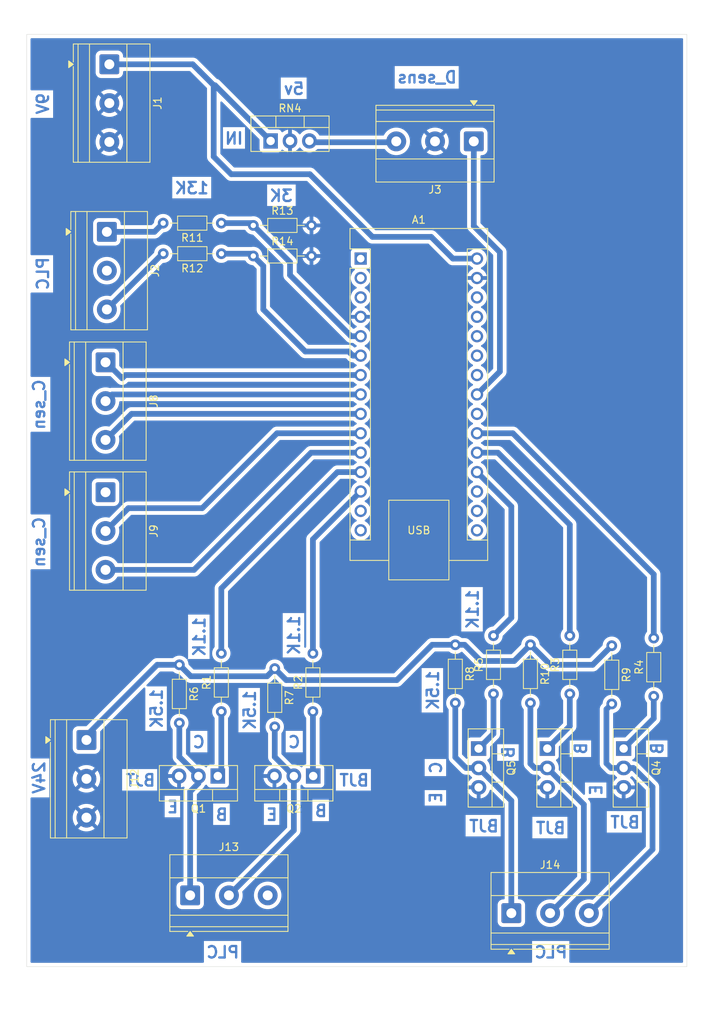
<source format=kicad_pcb>
(kicad_pcb (version 20241229) (generator "pcbnew") (generator_version "9.0")
  (layers (0 "F.Cu" signal) (2 "B.Cu" signal) (13 "F.Paste" user) (15 "B.Paste" user) (5 "F.SilkS" user "F.Silkscreen") (7 "B.SilkS" user "B.Silkscreen") (1 "F.Mask" user) (3 "B.Mask" user) (25 "Edge.Cuts" user))
  (net 0 "")
  (net 3 "Net-(A1-A2)")
  (net 4 "Net-(A1-A1)")
  (net 6 "Net-(A1-D7)")
  (net 8 "Net-(A1-A0)")
  (net 10 "Net-(A1-D4)")
  (net 11 "GND")
  (net 16 "Net-(A1-D9)")
  (net 17 "Net-(A1-D10)")
  (net 19 "/9V")
  (net 20 "/4.7V")
  (net 22 "Net-(A1-D5)")
  (net 23 "Net-(A1-D6)")
  (net 26 "/From PLC")
  (net 27 "Net-(A1-D8)")
  (net 28 "/Distance sensor")
  (net 30 "/24V")
  (net 31 "Net-(Q1-B)")
  (net 32 "Net-(Q2-B)")
  (net 33 "Net-(Q3-B)")
  (net 34 "Net-(Q4-B)")
  (net 35 "Net-(Q5-B)")
  (net 37 "Net-(A1-SDA{slash}A4)")
  (net 38 "Net-(J13-Pin_2)")
  (net 39 "Net-(J14-Pin_3)")
  (net 40 "Net-(J14-Pin_1)")
  (net 41 "Net-(J14-Pin_2)")
  (net 42 "Net-(J13-Pin_1)")
  (footprint "TerminalBlock_Phoenix:TerminalBlock_Phoenix_MKDS-1,5-3-5.08_1x03_P5.08mm_Horizontal" (layer "F.Cu") (at 30 50.34 -90)
    (property "Reference" "J2" (at 5.08 -6.32 90) (layer "F.SilkS"))
    (property "Value" "Screw_Terminal_01x03")
    (pad "1" thru_hole roundrect (at 0 0 270) (size 2.6 2.6) (drill 1.3) (layers "*.Cu" "*.Mask") (roundrect_rratio 0.096154) (net 26 "/From PLC"))
    (pad "2" thru_hole circle (at 5.08 0 270) (size 2.6 2.6) (drill 1.3) (layers "*.Cu" "*.Mask"))
    (pad "3" thru_hole circle (at 10.16 0 270) (size 2.6 2.6) (drill 1.3) (layers "*.Cu" "*.Mask") (net 26 "/From PLC"))
  )
  (footprint "Package_TO_SOT_THT:TO-220-3_Vertical" (layer "F.Cu") (at 44.54 121.555 180)
    (property "Reference" "Q1" (at 2.54 -4.27 0) (layer "F.SilkS"))
    (property "Value" "Q_NPN_BCE")
    (pad "1" thru_hole rect (at 0 0 180) (size 1.905 2) (drill 1.1) (layers "*.Cu" "*.Mask") (net 31 "Net-(Q1-B)"))
    (pad "2" thru_hole oval (at 2.54 0 180) (size 1.905 2) (drill 1.1) (layers "*.Cu" "*.Mask") (net 42 "Net-(J13-Pin_1)"))
    (pad "3" thru_hole oval (at 5.08 0 180) (size 1.905 2) (drill 1.1) (layers "*.Cu" "*.Mask") (net 11 "GND"))
  )
  (footprint "Resistor_THT:R_Axial_DIN0204_L3.6mm_D1.6mm_P7.62mm_Horizontal" (layer "F.Cu") (at 45 49.2 180)
    (property "Reference" "R11" (at 3.81 -1.92 0) (layer "F.SilkS"))
    (property "Value" "13K")
    (pad "1" thru_hole circle (at 0 0 180) (size 1.4 1.4) (drill 0.7) (layers "*.Cu" "*.Mask") (net 20 "/4.7V"))
    (pad "2" thru_hole oval (at 7.62 0 180) (size 1.4 1.4) (drill 0.7) (layers "*.Cu" "*.Mask") (net 26 "/From PLC"))
  )
  (footprint "TerminalBlock_Phoenix:TerminalBlock_Phoenix_MKDS-1,5-3-5.08_1x03_P5.08mm_Horizontal" (layer "F.Cu") (at 29.8275 67.415 -90)
    (property "Reference" "J8" (at 5.08 -6.32 90) (layer "F.SilkS"))
    (property "Value" "Screw_Terminal_01x03")
    (pad "1" thru_hole roundrect (at 0 0 270) (size 2.6 2.6) (drill 1.3) (layers "*.Cu" "*.Mask") (roundrect_rratio 0.096154) (net 10 "Net-(A1-D4)"))
    (pad "2" thru_hole circle (at 5.08 0 270) (size 2.6 2.6) (drill 1.3) (layers "*.Cu" "*.Mask") (net 22 "Net-(A1-D5)"))
    (pad "3" thru_hole circle (at 10.16 0 270) (size 2.6 2.6) (drill 1.3) (layers "*.Cu" "*.Mask") (net 23 "Net-(A1-D6)"))
  )
  (footprint "TerminalBlock_Phoenix:TerminalBlock_Phoenix_MKDS-1,5-3-5.08_1x03_P5.08mm_Horizontal" (layer "F.Cu") (at 29.8275 84.415 -90)
    (property "Reference" "J9" (at 5.08 -6.32 90) (layer "F.SilkS"))
    (property "Value" "Screw_Terminal_01x03")
    (pad "1" thru_hole roundrect (at 0 0 270) (size 2.6 2.6) (drill 1.3) (layers "*.Cu" "*.Mask") (roundrect_rratio 0.096154))
    (pad "2" thru_hole circle (at 5.08 0 270) (size 2.6 2.6) (drill 1.3) (layers "*.Cu" "*.Mask") (net 6 "Net-(A1-D7)"))
    (pad "3" thru_hole circle (at 10.16 0 270) (size 2.6 2.6) (drill 1.3) (layers "*.Cu" "*.Mask") (net 27 "Net-(A1-D8)"))
  )
  (footprint "Resistor_THT:R_Axial_DIN0204_L3.6mm_D1.6mm_P7.62mm_Horizontal" (layer "F.Cu") (at 52 107.5 -90)
    (property "Reference" "R7" (at 3.81 -1.92 90) (layer "F.SilkS"))
    (property "Value" "1.5K")
    (pad "1" thru_hole circle (at 0 0 270) (size 1.4 1.4) (drill 0.7) (layers "*.Cu" "*.Mask") (net 30 "/24V"))
    (pad "2" thru_hole oval (at 7.62 0 270) (size 1.4 1.4) (drill 0.7) (layers "*.Cu" "*.Mask") (net 38 "Net-(J13-Pin_2)"))
  )
  (footprint "TerminalBlock_Phoenix:TerminalBlock_Phoenix_MKDS-1,5-3-5.08_1x03_P5.08mm_Horizontal" (layer "F.Cu") (at 78.08 38.5 180)
    (property "Reference" "J3" (at 5.08 -6.32 0) (layer "F.SilkS"))
    (property "Value" "Screw_Terminal_01x03")
    (pad "1" thru_hole roundrect (at 0 0 180) (size 2.6 2.6) (drill 1.3) (layers "*.Cu" "*.Mask") (roundrect_rratio 0.096154) (net 37 "Net-(A1-SDA{slash}A4)"))
    (pad "2" thru_hole circle (at 5.08 0 180) (size 2.6 2.6) (drill 1.3) (layers "*.Cu" "*.Mask") (net 11 "GND"))
    (pad "3" thru_hole circle (at 10.16 0 180) (size 2.6 2.6) (drill 1.3) (layers "*.Cu" "*.Mask") (net 28 "/Distance sensor"))
  )
  (footprint "Resistor_THT:R_Axial_DIN0204_L3.6mm_D1.6mm_P7.62mm_Horizontal" (layer "F.Cu") (at 39.5 107 -90)
    (property "Reference" "R6" (at 3.81 -1.92 90) (layer "F.SilkS"))
    (property "Value" "1.5K")
    (pad "1" thru_hole circle (at 0 0 270) (size 1.4 1.4) (drill 0.7) (layers "*.Cu" "*.Mask") (net 30 "/24V"))
    (pad "2" thru_hole oval (at 7.62 0 270) (size 1.4 1.4) (drill 0.7) (layers "*.Cu" "*.Mask") (net 42 "Net-(J13-Pin_1)"))
  )
  (footprint "Package_TO_SOT_THT:TO-220-3_Vertical" (layer "F.Cu") (at 87.715 117.96 -90)
    (property "Reference" "Q3" (hide yes))
    (property "Value" "Q_NPN_BCE")
    (pad "1" thru_hole rect (at 0 0 270) (size 1.905 2) (drill 1.1) (layers "*.Cu" "*.Mask") (net 33 "Net-(Q3-B)"))
    (pad "2" thru_hole oval (at 2.54 0 270) (size 1.905 2) (drill 1.1) (layers "*.Cu" "*.Mask") (net 41 "Net-(J14-Pin_2)"))
    (pad "3" thru_hole oval (at 5.08 0 270) (size 1.905 2) (drill 1.1) (layers "*.Cu" "*.Mask") (net 11 "GND"))
  )
  (footprint "Resistor_THT:R_Axial_DIN0204_L3.6mm_D1.6mm_P7.62mm_Horizontal" (layer "F.Cu") (at 45 113.12 90)
    (property "Reference" "R1" (at 3.81 -1.92 90) (layer "F.SilkS"))
    (property "Value" "1.1K")
    (pad "1" thru_hole circle (at 0 0 90) (size 1.4 1.4) (drill 0.7) (layers "*.Cu" "*.Mask") (net 31 "Net-(Q1-B)"))
    (pad "2" thru_hole oval (at 7.62 0 90) (size 1.4 1.4) (drill 0.7) (layers "*.Cu" "*.Mask") (net 16 "Net-(A1-D9)"))
  )
  (footprint "TerminalBlock_Phoenix:TerminalBlock_Phoenix_MKDS-1,5-3-5.08_1x03_P5.08mm_Horizontal" (layer "F.Cu") (at 27.3275 116.84 -90)
    (property "Reference" "J12" (at 5.08 -6.32 90) (layer "F.SilkS"))
    (property "Value" "Screw_Terminal_01x03")
    (pad "1" thru_hole roundrect (at 0 0 270) (size 2.6 2.6) (drill 1.3) (layers "*.Cu" "*.Mask") (roundrect_rratio 0.096154) (net 30 "/24V"))
    (pad "2" thru_hole circle (at 5.08 0 270) (size 2.6 2.6) (drill 1.3) (layers "*.Cu" "*.Mask") (net 11 "GND"))
    (pad "3" thru_hole circle (at 10.16 0 270) (size 2.6 2.6) (drill 1.3) (layers "*.Cu" "*.Mask") (net 11 "GND"))
  )
  (footprint "TerminalBlock_Phoenix:TerminalBlock_Phoenix_MKDS-1,5-3-5.08_1x03_P5.08mm_Horizontal" (layer "F.Cu") (at 40.915 137.1725)
    (property "Reference" "J13" (at 5.08 -6.32 0) (layer "F.SilkS"))
    (property "Value" "Screw_Terminal_01x03")
    (pad "1" thru_hole roundrect (at 0 0) (size 2.6 2.6) (drill 1.3) (layers "*.Cu" "*.Mask") (roundrect_rratio 0.096154) (net 42 "Net-(J13-Pin_1)"))
    (pad "2" thru_hole circle (at 5.08 0) (size 2.6 2.6) (drill 1.3) (layers "*.Cu" "*.Mask") (net 38 "Net-(J13-Pin_2)"))
    (pad "3" thru_hole circle (at 10.16 0) (size 2.6 2.6) (drill 1.3) (layers "*.Cu" "*.Mask"))
  )
  (footprint "TerminalBlock_Phoenix:TerminalBlock_Phoenix_MKDS-1,5-3-5.08_1x03_P5.08mm_Horizontal" (layer "F.Cu") (at 30.3275 28.415 -90)
    (property "Reference" "J1" (at 5.08 -6.32 90) (layer "F.SilkS"))
    (property "Value" "Screw_Terminal_01x03")
    (pad "1" thru_hole roundrect (at 0 0 270) (size 2.6 2.6) (drill 1.3) (layers "*.Cu" "*.Mask") (roundrect_rratio 0.096154) (net 19 "/9V"))
    (pad "2" thru_hole circle (at 5.08 0 270) (size 2.6 2.6) (drill 1.3) (layers "*.Cu" "*.Mask") (net 11 "GND"))
    (pad "3" thru_hole circle (at 10.16 0 270) (size 2.6 2.6) (drill 1.3) (layers "*.Cu" "*.Mask") (net 11 "GND"))
  )
  (footprint "Package_TO_SOT_THT:TO-220-3_Vertical" (layer "F.Cu") (at 78.715 117.96 -90)
    (property "Reference" "Q5" (at 2.54 -4.27 90) (layer "F.SilkS"))
    (property "Value" "Q_NPN_BCE")
    (pad "1" thru_hole rect (at 0 0 270) (size 1.905 2) (drill 1.1) (layers "*.Cu" "*.Mask") (net 35 "Net-(Q5-B)"))
    (pad "2" thru_hole oval (at 2.54 0 270) (size 1.905 2) (drill 1.1) (layers "*.Cu" "*.Mask") (net 40 "Net-(J14-Pin_1)"))
    (pad "3" thru_hole oval (at 5.08 0 270) (size 1.905 2) (drill 1.1) (layers "*.Cu" "*.Mask") (net 11 "GND"))
  )
  (footprint "Package_TO_SOT_THT:TO-220-3_Vertical" (layer "F.Cu") (at 57.04 121.555 180)
    (property "Reference" "Q2" (at 2.54 -4.27 0) (layer "F.SilkS"))
    (property "Value" "Q_NPN_BCE")
    (pad "1" thru_hole rect (at 0 0 180) (size 1.905 2) (drill 1.1) (layers "*.Cu" "*.Mask") (net 32 "Net-(Q2-B)"))
    (pad "2" thru_hole oval (at 2.54 0 180) (size 1.905 2) (drill 1.1) (layers "*.Cu" "*.Mask") (net 38 "Net-(J13-Pin_2)"))
    (pad "3" thru_hole oval (at 5.08 0 180) (size 1.905 2) (drill 1.1) (layers "*.Cu" "*.Mask") (net 11 "GND"))
  )
  (footprint "Resistor_THT:R_Axial_DIN0204_L3.6mm_D1.6mm_P7.62mm_Horizontal" (layer "F.Cu") (at 49.19 49.5)
    (property "Reference" "R13" (at 3.81 -1.92 0) (layer "F.SilkS"))
    (property "Value" "3K")
    (pad "1" thru_hole circle (at 0 0) (size 1.4 1.4) (drill 0.7) (layers "*.Cu" "*.Mask") (net 20 "/4.7V"))
    (pad "2" thru_hole oval (at 7.62 0) (size 1.4 1.4) (drill 0.7) (layers "*.Cu" "*.Mask") (net 11 "GND"))
  )
  (footprint "Resistor_THT:R_Axial_DIN0204_L3.6mm_D1.6mm_P7.62mm_Horizontal" (layer "F.Cu") (at 80.66 110.81 90)
    (property "Reference" "R5" (at 3.81 -1.92 90) (layer "F.SilkS"))
    (property "Value" "1.1K")
    (pad "1" thru_hole circle (at 0 0 90) (size 1.4 1.4) (drill 0.7) (layers "*.Cu" "*.Mask") (net 35 "Net-(Q5-B)"))
    (pad "2" thru_hole oval (at 7.62 0 90) (size 1.4 1.4) (drill 0.7) (layers "*.Cu" "*.Mask") (net 3 "Net-(A1-A2)"))
  )
  (footprint "Resistor_THT:R_Axial_DIN0204_L3.6mm_D1.6mm_P7.62mm_Horizontal" (layer "F.Cu") (at 101.66 111.12 90)
    (property "Reference" "R4" (at 3.81 -1.92 90) (layer "F.SilkS"))
    (property "Value" "1.1K" (hide yes))
    (pad "1" thru_hole circle (at 0 0 90) (size 1.4 1.4) (drill 0.7) (layers "*.Cu" "*.Mask") (net 34 "Net-(Q4-B)"))
    (pad "2" thru_hole oval (at 7.62 0 90) (size 1.4 1.4) (drill 0.7) (layers "*.Cu" "*.Mask") (net 4 "Net-(A1-A1)"))
  )
  (footprint "Resistor_THT:R_Axial_DIN0204_L3.6mm_D1.6mm_P7.62mm_Horizontal" (layer "F.Cu") (at 85.5 104.38 -90)
    (property "Reference" "R10" (at 3.81 -1.92 90) (layer "F.SilkS"))
    (property "Value" "1.5K")
    (pad "1" thru_hole circle (at 0 0 270) (size 1.4 1.4) (drill 0.7) (layers "*.Cu" "*.Mask") (net 30 "/24V"))
    (pad "2" thru_hole oval (at 7.62 0 270) (size 1.4 1.4) (drill 0.7) (layers "*.Cu" "*.Mask") (net 41 "Net-(J14-Pin_2)"))
  )
  (footprint "Resistor_THT:R_Axial_DIN0204_L3.6mm_D1.6mm_P7.62mm_Horizontal" (layer "F.Cu") (at 49.19 53.5)
    (property "Reference" "R14" (at 3.81 -1.92 0) (layer "F.SilkS"))
    (property "Value" "3K")
    (pad "1" thru_hole circle (at 0 0) (size 1.4 1.4) (drill 0.7) (layers "*.Cu" "*.Mask") (net 20 "/4.7V"))
    (pad "2" thru_hole oval (at 7.62 0) (size 1.4 1.4) (drill 0.7) (layers "*.Cu" "*.Mask") (net 11 "GND"))
  )
  (footprint "Package_TO_SOT_THT:TO-220-3_Vertical" (layer "F.Cu") (at 51.46 38.445)
    (property "Reference" "RN4" (at 2.54 -4.27 0) (layer "F.SilkS"))
    (property "Value" "5V_div")
    (pad "1" thru_hole rect (at 0 0) (size 1.905 2) (drill 1.1) (layers "*.Cu" "*.Mask") (net 19 "/9V"))
    (pad "2" thru_hole oval (at 2.54 0) (size 1.905 2) (drill 1.1) (layers "*.Cu" "*.Mask") (net 11 "GND"))
    (pad "3" thru_hole oval (at 5.08 0) (size 1.905 2) (drill 1.1) (layers "*.Cu" "*.Mask") (net 28 "/Distance sensor"))
  )
  (footprint "Package_TO_SOT_THT:TO-220-3_Vertical" (layer "F.Cu") (at 97.715 117.96 -90)
    (property "Reference" "Q4" (at 2.54 -4.27 90) (layer "F.SilkS"))
    (property "Value" "Q_NPN_BCE" (hide yes))
    (pad "1" thru_hole rect (at 0 0 270) (size 1.905 2) (drill 1.1) (layers "*.Cu" "*.Mask") (net 34 "Net-(Q4-B)"))
    (pad "2" thru_hole oval (at 2.54 0 270) (size 1.905 2) (drill 1.1) (layers "*.Cu" "*.Mask") (net 39 "Net-(J14-Pin_3)"))
    (pad "3" thru_hole oval (at 5.08 0 270) (size 1.905 2) (drill 1.1) (layers "*.Cu" "*.Mask") (net 11 "GND"))
  )
  (footprint "TerminalBlock_Phoenix:TerminalBlock_Phoenix_MKDS-1,5-3-5.08_1x03_P5.08mm_Horizontal" (layer "F.Cu") (at 83 139.5)
    (property "Reference" "J14" (at 5.08 -6.32 0) (layer "F.SilkS"))
    (property "Value" "Screw_Terminal_01x03")
    (pad "1" thru_hole roundrect (at 0 0) (size 2.6 2.6) (drill 1.3) (layers "*.Cu" "*.Mask") (roundrect_rratio 0.096154) (net 40 "Net-(J14-Pin_1)"))
    (pad "2" thru_hole circle (at 5.08 0) (size 2.6 2.6) (drill 1.3) (layers "*.Cu" "*.Mask") (net 41 "Net-(J14-Pin_2)"))
    (pad "3" thru_hole circle (at 10.16 0) (size 2.6 2.6) (drill 1.3) (layers "*.Cu" "*.Mask") (net 39 "Net-(J14-Pin_3)"))
  )
  (footprint "Resistor_THT:R_Axial_DIN0204_L3.6mm_D1.6mm_P7.62mm_Horizontal" (layer "F.Cu") (at 96.16 104.5 -90)
    (property "Reference" "R9" (at 3.81 -1.92 90) (layer "F.SilkS"))
    (property "Value" "1.5K")
    (pad "1" thru_hole circle (at 0 0 270) (size 1.4 1.4) (drill 0.7) (layers "*.Cu" "*.Mask") (net 30 "/24V"))
    (pad "2" thru_hole oval (at 7.62 0 270) (size 1.4 1.4) (drill 0.7) (layers "*.Cu" "*.Mask") (net 39 "Net-(J14-Pin_3)"))
  )
  (footprint "Resistor_THT:R_Axial_DIN0204_L3.6mm_D1.6mm_P7.62mm_Horizontal" (layer "F.Cu") (at 90.66 110.81 90)
    (property "Reference" "R3" (at 3.81 -1.92 90) (layer "F.SilkS"))
    (property "Value" "1.1K")
    (pad "1" thru_hole circle (at 0 0 90) (size 1.4 1.4) (drill 0.7) (layers "*.Cu" "*.Mask") (net 33 "Net-(Q3-B)"))
    (pad "2" thru_hole oval (at 7.62 0 90) (size 1.4 1.4) (drill 0.7) (layers "*.Cu" "*.Mask") (net 8 "Net-(A1-A0)"))
  )
  (footprint "Resistor_THT:R_Axial_DIN0204_L3.6mm_D1.6mm_P7.62mm_Horizontal" (layer "F.Cu") (at 57 113.12 90)
    (property "Reference" "R2" (at 3.81 -1.92 90) (layer "F.SilkS"))
    (property "Value" "1.1K")
    (pad "1" thru_hole circle (at 0 0 90) (size 1.4 1.4) (drill 0.7) (layers "*.Cu" "*.Mask") (net 32 "Net-(Q2-B)"))
    (pad "2" thru_hole oval (at 7.62 0 90) (size 1.4 1.4) (drill 0.7) (layers "*.Cu" "*.Mask") (net 17 "Net-(A1-D10)"))
  )
  (footprint "Resistor_THT:R_Axial_DIN0204_L3.6mm_D1.6mm_P7.62mm_Horizontal" (layer "F.Cu") (at 45.01 53.2 180)
    (property "Reference" "R12" (at 3.81 -1.92 0) (layer "F.SilkS"))
    (property "Value" "13K")
    (pad "1" thru_hole circle (at 0 0 180) (size 1.4 1.4) (drill 0.7) (layers "*.Cu" "*.Mask") (net 20 "/4.7V"))
    (pad "2" thru_hole oval (at 7.62 0 180) (size 1.4 1.4) (drill 0.7) (layers "*.Cu" "*.Mask") (net 26 "/From PLC"))
  )
  (footprint "Module:Arduino_Nano" (layer "F.Cu") (at 63.26 53.84)
    (property "Reference" "A1" (at 7.62 -5.08 0) (layer "F.SilkS"))
    (property "Value" "Arduino_Nano_Every")
    (fp_text user "USB" (at 7.62 35.56 0) (layer "F.SilkS"))
    (pad "1" thru_hole rect (at 0 0) (size 1.6 1.6) (drill 1) (layers "*.Cu" "*.Mask"))
    (pad "2" thru_hole oval (at 0 2.54) (size 1.6 1.6) (drill 1) (layers "*.Cu" "*.Mask"))
    (pad "3" thru_hole oval (at 0 5.08) (size 1.6 1.6) (drill 1) (layers "*.Cu" "*.Mask"))
    (pad "4" thru_hole oval (at 0 7.62) (size 1.6 1.6) (drill 1) (layers "*.Cu" "*.Mask") (net 11 "GND"))
    (pad "5" thru_hole oval (at 0 10.16) (size 1.6 1.6) (drill 1) (layers "*.Cu" "*.Mask") (net 20 "/4.7V"))
    (pad "6" thru_hole oval (at 0 12.7) (size 1.6 1.6) (drill 1) (layers "*.Cu" "*.Mask") (net 20 "/4.7V"))
    (pad "7" thru_hole oval (at 0 15.24) (size 1.6 1.6) (drill 1) (layers "*.Cu" "*.Mask") (net 10 "Net-(A1-D4)"))
    (pad "8" thru_hole oval (at 0 17.78) (size 1.6 1.6) (drill 1) (layers "*.Cu" "*.Mask") (net 22 "Net-(A1-D5)"))
    (pad "9" thru_hole oval (at 0 20.32) (size 1.6 1.6) (drill 1) (layers "*.Cu" "*.Mask") (net 23 "Net-(A1-D6)"))
    (pad "10" thru_hole oval (at 0 22.86) (size 1.6 1.6) (drill 1) (layers "*.Cu" "*.Mask") (net 6 "Net-(A1-D7)"))
    (pad "11" thru_hole oval (at 0 25.4) (size 1.6 1.6) (drill 1) (layers "*.Cu" "*.Mask") (net 27 "Net-(A1-D8)"))
    (pad "12" thru_hole oval (at 0 27.94) (size 1.6 1.6) (drill 1) (layers "*.Cu" "*.Mask") (net 16 "Net-(A1-D9)"))
    (pad "13" thru_hole oval (at 0 30.48) (size 1.6 1.6) (drill 1) (layers "*.Cu" "*.Mask") (net 17 "Net-(A1-D10)"))
    (pad "14" thru_hole oval (at 0 33.02) (size 1.6 1.6) (drill 1) (layers "*.Cu" "*.Mask"))
    (pad "15" thru_hole oval (at 0 35.56) (size 1.6 1.6) (drill 1) (layers "*.Cu" "*.Mask"))
    (pad "16" thru_hole oval (at 15.24 35.56) (size 1.6 1.6) (drill 1) (layers "*.Cu" "*.Mask"))
    (pad "17" thru_hole oval (at 15.24 33.02) (size 1.6 1.6) (drill 1) (layers "*.Cu" "*.Mask"))
    (pad "18" thru_hole oval (at 15.24 30.48) (size 1.6 1.6) (drill 1) (layers "*.Cu" "*.Mask"))
    (pad "19" thru_hole oval (at 15.24 27.94) (size 1.6 1.6) (drill 1) (layers "*.Cu" "*.Mask") (net 8 "Net-(A1-A0)"))
    (pad "20" thru_hole oval (at 15.24 25.4) (size 1.6 1.6) (drill 1) (layers "*.Cu" "*.Mask") (net 4 "Net-(A1-A1)"))
    (pad "21" thru_hole oval (at 15.24 22.86) (size 1.6 1.6) (drill 1) (layers "*.Cu" "*.Mask") (net 3 "Net-(A1-A2)"))
    (pad "22" thru_hole oval (at 15.24 20.32) (size 1.6 1.6) (drill 1) (layers "*.Cu" "*.Mask"))
    (pad "23" thru_hole oval (at 15.24 17.78) (size 1.6 1.6) (drill 1) (layers "*.Cu" "*.Mask") (net 37 "Net-(A1-SDA{slash}A4)"))
    (pad "24" thru_hole oval (at 15.24 15.24) (size 1.6 1.6) (drill 1) (layers "*.Cu" "*.Mask"))
    (pad "25" thru_hole oval (at 15.24 12.7) (size 1.6 1.6) (drill 1) (layers "*.Cu" "*.Mask"))
    (pad "26" thru_hole oval (at 15.24 10.16) (size 1.6 1.6) (drill 1) (layers "*.Cu" "*.Mask"))
    (pad "27" thru_hole oval (at 15.24 7.62) (size 1.6 1.6) (drill 1) (layers "*.Cu" "*.Mask"))
    (pad "28" thru_hole oval (at 15.24 5.08) (size 1.6 1.6) (drill 1) (layers "*.Cu" "*.Mask"))
    (pad "29" thru_hole oval (at 15.24 2.54) (size 1.6 1.6) (drill 1) (layers "*.Cu" "*.Mask") (net 11 "GND"))
    (pad "30" thru_hole oval (at 15.24 0) (size 1.6 1.6) (drill 1) (layers "*.Cu" "*.Mask") (net 19 "/9V"))
  )
  (footprint "Resistor_THT:R_Axial_DIN0204_L3.6mm_D1.6mm_P7.62mm_Horizontal" (layer "F.Cu") (at 75.66 104.38 -90)
    (property "Reference" "R8" (at 3.81 -1.92 90) (layer "F.SilkS"))
    (property "Value" "1.5K")
    (pad "1" thru_hole circle (at 0 0 270) (size 1.4 1.4) (drill 0.7) (layers "*.Cu" "*.Mask") (net 30 "/24V"))
    (pad "2" thru_hole oval (at 7.62 0 270) (size 1.4 1.4) (drill 0.7) (layers "*.Cu" "*.Mask") (net 40 "Net-(J14-Pin_1)"))
  )
  (gr_rect (start 19.5 24.5) (end 106 146.5) (stroke (width 0.05)) (fill no) (layer "Edge.Cuts"))
  (gr_text "IN" (at 48 39 0) (layer "B.Cu") (effects (font (size 1.5 1.5) (thickness 0.3) (bold yes)) (justify left bottom mirror)))
  (gr_text "9V\n" (at 22.5 32 90) (layer "B.Cu") (effects (font (size 1.5 1.5) (thickness 0.3) (bold yes)) (justify left bottom mirror)))
  (gr_text "C_sen\n" (at 22 87.5 90) (layer "B.Cu") (effects (font (size 1.5 1.5) (thickness 0.3) (bold yes)) (justify left bottom mirror)))
  (gr_text "C" (at 74 119.5 90) (layer "B.Cu") (effects (font (size 1.5 1.5) (thickness 0.3) (bold yes)) (justify left bottom mirror)))
  (gr_text "BJT\n" (at 81.5 129 0) (layer "B.Cu") (effects (font (size 1.5 1.5) (thickness 0.3) (bold yes)) (justify left bottom mirror)))
  (gr_text "PLC\n" (at 90.5 145.5 0) (layer "B.Cu") (effects (font (size 1.5 1.5) (thickness 0.3) (bold yes)) (justify left bottom mirror)))
  (gr_text "1.1K" (at 43 100.6 90) (layer "B.Cu") (effects (font (size 1.5 1.5) (thickness 0.3) (bold yes)) (justify left bottom mirror)))
  (gr_text "B" (at 59 127 0) (layer "B.Cu") (effects (font (size 1.5 1.5) (thickness 0.3) (bold yes)) (justify left bottom mirror)))
  (gr_text "D_sens\n" (at 76 31 0) (layer "B.Cu") (effects (font (size 1.5 1.5) (thickness 0.3) (bold yes)) (justify left bottom mirror)))
  (gr_text "13K" (at 43.5 45.5 0) (layer "B.Cu") (effects (font (size 1.5 1.5) (thickness 0.3) (bold yes)) (justify left bottom mirror)))
  (gr_text "BJT\n" (at 64.5 123 0) (layer "B.Cu") (effects (font (size 1.5 1.5) (thickness 0.3) (bold yes)) (justify left bottom mirror)))
  (gr_text "1.5K" (at 73.6 107.6 90) (layer "B.Cu") (effects (font (size 1.5 1.5) (thickness 0.3) (bold yes)) (justify left bottom mirror)))
  (gr_text "C" (at 55.5 118 0) (layer "B.Cu") (effects (font (size 1.5 1.5) (thickness 0.3) (bold yes)) (justify left bottom mirror)))
  (gr_text "E" (at 39.5 126.5 0) (layer "B.Cu") (effects (font (size 1.5 1.5) (thickness 0.3) (bold yes)) (justify left bottom mirror)))
  (gr_text "1.1K" (at 78.8 97 90) (layer "B.Cu") (effects (font (size 1.5 1.5) (thickness 0.3) (bold yes)) (justify left bottom mirror)))
  (gr_text "B" (at 103 117 90) (layer "B.Cu") (effects (font (size 1.5 1.5) (thickness 0.3) (bold yes)) (justify left bottom mirror)))
  (gr_text "1.5K" (at 37.4 110 90) (layer "B.Cu") (effects (font (size 1.5 1.5) (thickness 0.3) (bold yes)) (justify left bottom mirror)))
  (gr_text "BJT\n" (at 100 128.5 0) (layer "B.Cu") (effects (font (size 1.5 1.5) (thickness 0.3) (bold yes)) (justify left bottom mirror)))
  (gr_text "PLC\n" (at 22.5 53.5 90) (layer "B.Cu") (effects (font (size 1.5 1.5) (thickness 0.3) (bold yes)) (justify left bottom mirror)))
  (gr_text "24V" (at 22 119.5 90) (layer "B.Cu") (effects (font (size 1.5 1.5) (thickness 0.3) (bold yes)) (justify left bottom mirror)))
  (gr_text "1.1K" (at 55.4 100.4 90) (layer "B.Cu") (effects (font (size 1.5 1.5) (thickness 0.3) (bold yes)) (justify left bottom mirror)))
  (gr_text "C_sen\n" (at 22 69.5 90) (layer "B.Cu") (effects (font (size 1.5 1.5) (thickness 0.3) (bold yes)) (justify left bottom mirror)))
  (gr_text "5v\n" (at 56 32.5 0) (layer "B.Cu") (effects (font (size 1.5 1.5) (thickness 0.3) (bold yes)) (justify left bottom mirror)))
  (gr_text "B" (at 83.5 117.5 90) (layer "B.Cu") (effects (font (size 1.5 1.5) (thickness 0.3) (bold yes)) (justify left bottom mirror)))
  (gr_text "C" (at 43 118 0) (layer "B.Cu") (effects (font (size 1.5 1.5) (thickness 0.3) (bold yes)) (justify left bottom mirror)))
  (gr_text "PLC\n" (at 47.5 145.5 0) (layer "B.Cu") (effects (font (size 1.5 1.5) (thickness 0.3) (bold yes)) (justify left bottom mirror)))
  (gr_text "BJT\n" (at 36.5 123 0) (layer "B.Cu") (effects (font (size 1.5 1.5) (thickness 0.3) (bold yes)) (justify left bottom mirror)))
  (gr_text "3K\n" (at 54.5 46.5 0) (layer "B.Cu") (effects (font (size 1.5 1.5) (thickness 0.3) (bold yes)) (justify left bottom mirror)))
  (gr_text "BJT\n" (at 90.25 129.25 0) (layer "B.Cu") (effects (font (size 1.5 1.5) (thickness 0.3) (bold yes)) (justify left bottom mirror)))
  (gr_text "1.5K" (at 49.6 110.2 90) (layer "B.Cu") (effects (font (size 1.5 1.5) (thickness 0.3) (bold yes)) (justify left bottom mirror)))
  (gr_text "E" (at 74 123.5 90) (layer "B.Cu") (effects (font (size 1.5 1.5) (thickness 0.3) (bold yes)) (justify left bottom mirror)))
  (gr_text "E" (at 95 122.5 90) (layer "B.Cu") (effects (font (size 1.5 1.5) (thickness 0.3) (bold yes)) (justify left bottom mirror)))
  (gr_text "B" (at 46 127.5 0) (layer "B.Cu") (effects (font (size 1.5 1.5) (thickness 0.3) (bold yes)) (justify left bottom mirror)))
  (gr_text "B" (at 93 117 90) (layer "B.Cu") (effects (font (size 1.5 1.5) (thickness 0.3) (bold yes)) (justify left bottom mirror)))
  (gr_text "E" (at 52.5 127.5 0) (layer "B.Cu") (effects (font (size 1.5 1.5) (thickness 0.3) (bold yes)) (justify left bottom mirror)))
  (segment (start 83.2 76.7) (end 101.66 95.16) (width 0.75) (layer "B.Cu") (net 3))
  (segment (start 101.66 95.16) (end 101.66 103.5) (width 0.75) (layer "B.Cu") (net 3))
  (segment (start 78.5 76.7) (end 83.2 76.7) (width 0.75) (layer "B.Cu") (net 3))
  (segment (start 81.24 79.24) (end 90.66 88.66) (width 0.75) (layer "B.Cu") (net 4))
  (segment (start 90.66 88.66) (end 90.66 103.19) (width 0.75) (layer "B.Cu") (net 4))
  (segment (start 78.5 79.24) (end 81.24 79.24) (width 0.75) (layer "B.Cu") (net 4))
  (segment (start 32.8225 86.5) (end 29.8275 89.495) (width 0.75) (layer "B.Cu") (net 6))
  (segment (start 52.3 76.7) (end 42.5 86.5) (width 0.75) (layer "B.Cu") (net 6))
  (segment (start 63.26 76.7) (end 52.3 76.7) (width 0.75) (layer "B.Cu") (net 6))
  (segment (start 42.5 86.5) (end 32.8225 86.5) (width 0.75) (layer "B.Cu") (net 6))
  (segment (start 83 100.85) (end 80.66 103.19) (width 0.75) (layer "B.Cu") (net 8))
  (segment (start 78.5 81.78) (end 83 86.28) (width 0.75) (layer "B.Cu") (net 8))
  (segment (start 83 86.28) (end 83 100.85) (width 0.75) (layer "B.Cu") (net 8))
  (segment (start 32.42 69.08) (end 63.26 69.08) (width 0.75) (layer "B.Cu") (net 10))
  (segment (start 32 69.5) (end 32.42 69.08) (width 0.75) (layer "B.Cu") (net 10))
  (segment (start 29.915 67.415) (end 32 69.5) (width 0.75) (layer "B.Cu") (net 10))
  (segment (start 29.8275 67.415) (end 29.915 67.415) (width 0.75) (layer "B.Cu") (net 10))
  (segment (start 45 97) (end 45 105.5) (width 0.75) (layer "B.Cu") (net 16))
  (segment (start 63.26 81.78) (end 60.22 81.78) (width 0.75) (layer "B.Cu") (net 16))
  (segment (start 60.22 81.78) (end 45 97) (width 0.75) (layer "B.Cu") (net 16))
  (segment (start 63.26 84.32) (end 57 90.58) (width 0.75) (layer "B.Cu") (net 17))
  (segment (start 57 90.58) (end 57 105.5) (width 0.75) (layer "B.Cu") (net 17))
  (segment (start 41.2525 28.415) (end 42.16875 29.33125) (width 0.75) (layer "B.Cu") (net 19))
  (segment (start 46.3 42.8) (end 56.6 42.8) (width 0.75) (layer "B.Cu") (net 19))
  (segment (start 42.16875 29.33125) (end 44 31.1625) (width 0.75) (layer "B.Cu") (net 19))
  (segment (start 44 31.1625) (end 44 40.5) (width 0.75) (layer "B.Cu") (net 19))
  (segment (start 56.6 42.8) (end 64.8 51) (width 0.75) (layer "B.Cu") (net 19))
  (segment (start 64.8 51) (end 72.5 51) (width 0.75) (layer "B.Cu") (net 19))
  (segment (start 30.3275 28.415) (end 41.2525 28.415) (width 0.75) (layer "B.Cu") (net 19))
  (segment (start 44 31.1625) (end 44.1775 31.1625) (width 0.75) (layer "B.Cu") (net 19))
  (segment (start 72.5 51) (end 75.34 53.84) (width 0.75) (layer "B.Cu") (net 19))
  (segment (start 44.1775 31.1625) (end 51.46 38.445) (width 0.75) (layer "B.Cu") (net 19))
  (segment (start 75.34 53.84) (end 78.5 53.84) (width 0.75) (layer "B.Cu") (net 19))
  (segment (start 44 40.5) (end 46.3 42.8) (width 0.75) (layer "B.Cu") (net 19))
  (segment (start 54 56) (end 62 64) (width 0.75) (layer "B.Cu") (net 20))
  (segment (start 62 64) (end 63.26 64) (width 0.75) (layer "B.Cu") (net 20))
  (segment (start 49.19 53.5) (end 50.5 54.81) (width 0.75) (layer "B.Cu") (net 20))
  (segment (start 48.89 49.2) (end 49.19 49.5) (width 0.75) (layer "B.Cu") (net 20))
  (segment (start 61.69 66) (end 62.23 66.54) (width 0.75) (layer "B.Cu") (net 20))
  (segment (start 45 49.2) (end 48.89 49.2) (width 0.75) (layer "B.Cu") (net 20))
  (segment (start 62.23 66.54) (end 63.26 66.54) (width 0.75) (layer "B.Cu") (net 20))
  (segment (start 50.5 54.81) (end 50.5 60.5) (width 0.75) (layer "B.Cu") (net 20))
  (segment (start 48.89 53.2) (end 49.19 53.5) (width 0.75) (layer "B.Cu") (net 20))
  (segment (start 56 66) (end 61.69 66) (width 0.75) (layer "B.Cu") (net 20))
  (segment (start 45.01 53.2) (end 48.89 53.2) (width 0.75) (layer "B.Cu") (net 20))
  (segment (start 54 54.31) (end 54 56) (width 0.75) (layer "B.Cu") (net 20))
  (segment (start 50.5 60.5) (end 56 66) (width 0.75) (layer "B.Cu") (net 20))
  (segment (start 49.19 49.5) (end 54 54.31) (width 0.75) (layer "B.Cu") (net 20))
  (segment (start 63.26 71.62) (end 30.7025 71.62) (width 0.75) (layer "B.Cu") (net 22))
  (segment (start 30.7025 71.62) (end 29.8275 72.495) (width 0.75) (layer "B.Cu") (net 22))
  (segment (start 33.2425 74.16) (end 63.26 74.16) (width 0.75) (layer "B.Cu") (net 23))
  (segment (start 29.8275 77.575) (end 33.2425 74.16) (width 0.75) (layer "B.Cu") (net 23))
  (segment (start 37.3 53.2) (end 37.39 53.2) (width 0.75) (layer "B.Cu") (net 26))
  (segment (start 30 60.5) (end 37.3 53.2) (width 0.75) (layer "B.Cu") (net 26))
  (segment (start 30 50.34) (end 36.24 50.34) (width 0.75) (layer "B.Cu") (net 26))
  (segment (start 30.8975 49.4425) (end 30 50.34) (width 0.75) (layer "B.Cu") (net 26))
  (segment (start 36.24 50.34) (end 37.38 49.2) (width 0.75) (layer "B.Cu") (net 26))
  (segment (start 29.8275 94.575) (end 41.425 94.575) (width 0.75) (layer "B.Cu") (net 27))
  (segment (start 41.425 94.575) (end 56.76 79.24) (width 0.75) (layer "B.Cu") (net 27))
  (segment (start 56.76 79.24) (end 63.26 79.24) (width 0.75) (layer "B.Cu") (net 27))
  (segment (start 56.535 38.6175) (end 67.8025 38.6175) (width 0.75) (layer "B.Cu") (net 28))
  (segment (start 67.8025 38.6175) (end 67.92 38.5) (width 0.75) (layer "B.Cu") (net 28))
  (segment (start 41 108.5) (end 51 108.5) (width 0.75) (layer "B.Cu") (net 30))
  (segment (start 76.88 104.38) (end 79 106.5) (width 0.75) (layer "B.Cu") (net 30))
  (segment (start 39.5 107) (end 41 108.5) (width 0.75) (layer "B.Cu") (net 30))
  (segment (start 68 109) (end 72.62 104.38) (width 0.75) (layer "B.Cu") (net 30))
  (segment (start 93.66 107) (end 96.16 104.5) (width 0.75) (layer "B.Cu") (net 30))
  (segment (start 53.5 109) (end 68 109) (width 0.75) (layer "B.Cu") (net 30))
  (segment (start 27.3275 116.84) (end 27.3275 116.27) (width 0.75) (layer "B.Cu") (net 30))
  (segment (start 72.62 104.38) (end 75.66 104.38) (width 0.75) (layer "B.Cu") (net 30))
  (segment (start 75.66 104.38) (end 76.88 104.38) (width 0.75) (layer "B.Cu") (net 30))
  (segment (start 83.38 106.5) (end 85.5 104.38) (width 0.75) (layer "B.Cu") (net 30))
  (segment (start 51 108.5) (end 52 107.5) (width 0.75) (layer "B.Cu") (net 30))
  (segment (start 79 106.5) (end 83.38 106.5) (width 0.75) (layer "B.Cu") (net 30))
  (segment (start 52 107.5) (end 53.5 109) (width 0.75) (layer "B.Cu") (net 30))
  (segment (start 85.5 104.38) (end 88.12 107) (width 0.75) (layer "B.Cu") (net 30))
  (segment (start 88.12 107) (end 93.66 107) (width 0.75) (layer "B.Cu") (net 30))
  (segment (start 36.5975 107) (end 39.5 107) (width 0.75) (layer "B.Cu") (net 30))
  (segment (start 27.3275 116.27) (end 36.5975 107) (width 0.75) (layer "B.Cu") (net 30))
  (segment (start 45 113.12) (end 45 121.095) (width 0.75) (layer "B.Cu") (net 31))
  (segment (start 45 121.095) (end 44.54 121.555) (width 0.75) (layer "B.Cu") (net 31))
  (segment (start 57 113.12) (end 57 121.515) (width 0.75) (layer "B.Cu") (net 32))
  (segment (start 57 121.515) (end 57.04 121.555) (width 0.75) (layer "B.Cu") (net 32))
  (segment (start 90.66 115.015) (end 87.715 117.96) (width 0.75) (layer "B.Cu") (net 33))
  (segment (start 90.66 110.81) (end 90.66 115.015) (width 0.75) (layer "B.Cu") (net 33))
  (segment (start 101.66 114.015) (end 101.66 111.12) (width 0.75) (layer "B.Cu") (net 34))
  (segment (start 97.715 117.96) (end 101.66 114.015) (width 0.75) (layer "B.Cu") (net 34))
  (segment (start 80.66 110.81) (end 80.66 116.015) (width 0.75) (layer "B.Cu") (net 35))
  (segment (start 80.66 116.015) (end 78.715 117.96) (width 0.75) (layer "B.Cu") (net 35))
  (segment (start 78.08 38.5) (end 78.08 49.58) (width 0.75) (layer "B.Cu") (net 37))
  (segment (start 81.5 53) (end 81.5 68.62) (width 0.75) (layer "B.Cu") (net 37))
  (segment (start 81.5 68.62) (end 78.5 71.62) (width 0.75) (layer "B.Cu") (net 37))
  (segment (start 78.08 49.58) (end 81.5 53) (width 0.75) (layer "B.Cu") (net 37))
  (segment (start 52 119.055) (end 54.5 121.555) (width 0.75) (layer "B.Cu") (net 38))
  (segment (start 52 115.12) (end 52 119.055) (width 0.75) (layer "B.Cu") (net 38))
  (segment (start 54.5 128.6675) (end 45.995 137.1725) (width 0.75) (layer "B.Cu") (net 38))
  (segment (start 54.5 121.555) (end 54.5 128.6675) (width 0.75) (layer "B.Cu") (net 38))
  (segment (start 95.46 112.82) (end 95.46 119.9) (width 0.75) (layer "B.Cu") (net 39))
  (segment (start 95.46 119.9) (end 96.06 120.5) (width 0.75) (layer "B.Cu") (net 39))
  (segment (start 96.16 112.12) (end 95.46 112.82) (width 0.75) (layer "B.Cu") (net 39))
  (segment (start 96.06 120.5) (end 97.715 120.5) (width 0.75) (layer "B.Cu") (net 39))
  (segment (start 101.5 123) (end 101.5 131.16) (width 0.75) (layer "B.Cu") (net 39))
  (segment (start 101.5 131.16) (end 93.16 139.5) (width 0.75) (layer "B.Cu") (net 39))
  (segment (start 97.715 120.5) (end 99 120.5) (width 0.75) (layer "B.Cu") (net 39))
  (segment (start 99 120.5) (end 101.5 123) (width 0.75) (layer "B.Cu") (net 39))
  (segment (start 83 124.785) (end 83 139.5) (width 0.75) (layer "B.Cu") (net 40))
  (segment (start 75.66 112) (end 75.66 119.1) (width 0.75) (layer "B.Cu") (net 40))
  (segment (start 78.715 120.5) (end 83 124.785) (width 0.75) (layer "B.Cu") (net 40))
  (segment (start 75.66 119.1) (end 77.06 120.5) (width 0.75) (layer "B.Cu") (net 40))
  (segment (start 77.06 120.5) (end 78.715 120.5) (width 0.75) (layer "B.Cu") (net 40))
  (segment (start 92.5 125.285) (end 92.5 135.08) (width 0.75) (layer "B.Cu") (net 41))
  (segment (start 86.06 120.5) (end 87.715 120.5) (width 0.75) (layer "B.Cu") (net 41))
  (segment (start 85.5 119.94) (end 86.06 120.5) (width 0.75) (layer "B.Cu") (net 41))
  (segment (start 92.5 135.08) (end 88.08 139.5) (width 0.75) (layer "B.Cu") (net 41))
  (segment (start 87.715 120.5) (end 92.5 125.285) (width 0.75) (layer "B.Cu") (net 41))
  (segment (start 85.5 112) (end 85.5 119.94) (width 0.75) (layer "B.Cu") (net 41))
  (segment (start 39.5 119.055) (end 42 121.555) (width 0.75) (layer "B.Cu") (net 42))
  (segment (start 42 121.555) (end 42 122.5) (width 0.75) (layer "B.Cu") (net 42))
  (segment (start 39.5 114.62) (end 39.5 119.055) (width 0.75) (layer "B.Cu") (net 42))
  (segment (start 40.915 123.585) (end 40.915 137.1725) (width 0.75) (layer "B.Cu") (net 42))
  (segment (start 42 122.5) (end 40.915 123.585) (width 0.75) (layer "B.Cu") (net 42))
  (zone (net 11) (net_name "GND") (layer "B.Cu") (connect_pads (clearance 0.5)) (min_thickness 0.25) (fill yes (thermal_gap 0.5) (thermal_bridge_width 0.5))
    (polygon (pts (xy 16 20) (xy 16 154) (xy 110 152.5) (xy 111 20)))
  )
)
</source>
